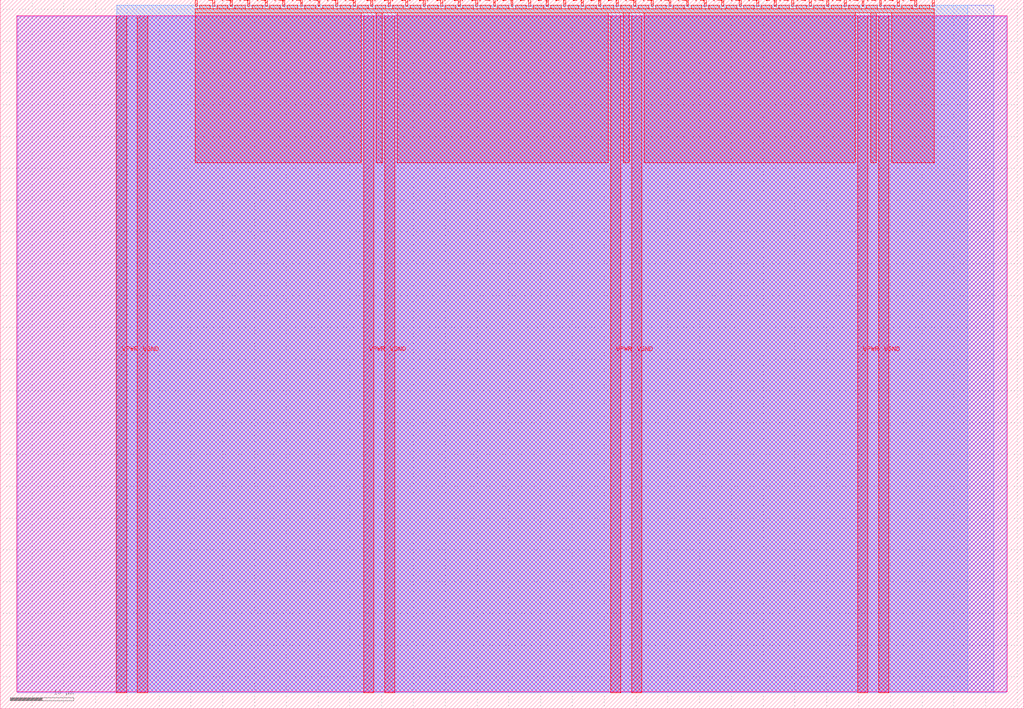
<source format=lef>
VERSION 5.7 ;
  NOWIREEXTENSIONATPIN ON ;
  DIVIDERCHAR "/" ;
  BUSBITCHARS "[]" ;
MACRO tt_um_stopwatchtop
  CLASS BLOCK ;
  FOREIGN tt_um_stopwatchtop ;
  ORIGIN 0.000 0.000 ;
  SIZE 161.000 BY 111.520 ;
  PIN VGND
    DIRECTION INOUT ;
    USE GROUND ;
    PORT
      LAYER met4 ;
        RECT 21.580 2.480 23.180 109.040 ;
    END
    PORT
      LAYER met4 ;
        RECT 60.450 2.480 62.050 109.040 ;
    END
    PORT
      LAYER met4 ;
        RECT 99.320 2.480 100.920 109.040 ;
    END
    PORT
      LAYER met4 ;
        RECT 138.190 2.480 139.790 109.040 ;
    END
  END VGND
  PIN VPWR
    DIRECTION INOUT ;
    USE POWER ;
    PORT
      LAYER met4 ;
        RECT 18.280 2.480 19.880 109.040 ;
    END
    PORT
      LAYER met4 ;
        RECT 57.150 2.480 58.750 109.040 ;
    END
    PORT
      LAYER met4 ;
        RECT 96.020 2.480 97.620 109.040 ;
    END
    PORT
      LAYER met4 ;
        RECT 134.890 2.480 136.490 109.040 ;
    END
  END VPWR
  PIN clk
    DIRECTION INPUT ;
    USE SIGNAL ;
    ANTENNAGATEAREA 0.852000 ;
    PORT
      LAYER met4 ;
        RECT 143.830 110.520 144.130 111.520 ;
    END
  END clk
  PIN ena
    DIRECTION INPUT ;
    USE SIGNAL ;
    ANTENNAGATEAREA 0.196500 ;
    PORT
      LAYER met4 ;
        RECT 146.590 110.520 146.890 111.520 ;
    END
  END ena
  PIN rst_n
    DIRECTION INPUT ;
    USE SIGNAL ;
    ANTENNAGATEAREA 0.196500 ;
    PORT
      LAYER met4 ;
        RECT 141.070 110.520 141.370 111.520 ;
    END
  END rst_n
  PIN ui_in[0]
    DIRECTION INPUT ;
    USE SIGNAL ;
    ANTENNAGATEAREA 0.196500 ;
    PORT
      LAYER met4 ;
        RECT 138.310 110.520 138.610 111.520 ;
    END
  END ui_in[0]
  PIN ui_in[1]
    DIRECTION INPUT ;
    USE SIGNAL ;
    ANTENNAGATEAREA 0.196500 ;
    PORT
      LAYER met4 ;
        RECT 135.550 110.520 135.850 111.520 ;
    END
  END ui_in[1]
  PIN ui_in[2]
    DIRECTION INPUT ;
    USE SIGNAL ;
    PORT
      LAYER met4 ;
        RECT 132.790 110.520 133.090 111.520 ;
    END
  END ui_in[2]
  PIN ui_in[3]
    DIRECTION INPUT ;
    USE SIGNAL ;
    PORT
      LAYER met4 ;
        RECT 130.030 110.520 130.330 111.520 ;
    END
  END ui_in[3]
  PIN ui_in[4]
    DIRECTION INPUT ;
    USE SIGNAL ;
    PORT
      LAYER met4 ;
        RECT 127.270 110.520 127.570 111.520 ;
    END
  END ui_in[4]
  PIN ui_in[5]
    DIRECTION INPUT ;
    USE SIGNAL ;
    PORT
      LAYER met4 ;
        RECT 124.510 110.520 124.810 111.520 ;
    END
  END ui_in[5]
  PIN ui_in[6]
    DIRECTION INPUT ;
    USE SIGNAL ;
    PORT
      LAYER met4 ;
        RECT 121.750 110.520 122.050 111.520 ;
    END
  END ui_in[6]
  PIN ui_in[7]
    DIRECTION INPUT ;
    USE SIGNAL ;
    PORT
      LAYER met4 ;
        RECT 118.990 110.520 119.290 111.520 ;
    END
  END ui_in[7]
  PIN uio_in[0]
    DIRECTION INPUT ;
    USE SIGNAL ;
    PORT
      LAYER met4 ;
        RECT 116.230 110.520 116.530 111.520 ;
    END
  END uio_in[0]
  PIN uio_in[1]
    DIRECTION INPUT ;
    USE SIGNAL ;
    PORT
      LAYER met4 ;
        RECT 113.470 110.520 113.770 111.520 ;
    END
  END uio_in[1]
  PIN uio_in[2]
    DIRECTION INPUT ;
    USE SIGNAL ;
    PORT
      LAYER met4 ;
        RECT 110.710 110.520 111.010 111.520 ;
    END
  END uio_in[2]
  PIN uio_in[3]
    DIRECTION INPUT ;
    USE SIGNAL ;
    PORT
      LAYER met4 ;
        RECT 107.950 110.520 108.250 111.520 ;
    END
  END uio_in[3]
  PIN uio_in[4]
    DIRECTION INPUT ;
    USE SIGNAL ;
    PORT
      LAYER met4 ;
        RECT 105.190 110.520 105.490 111.520 ;
    END
  END uio_in[4]
  PIN uio_in[5]
    DIRECTION INPUT ;
    USE SIGNAL ;
    PORT
      LAYER met4 ;
        RECT 102.430 110.520 102.730 111.520 ;
    END
  END uio_in[5]
  PIN uio_in[6]
    DIRECTION INPUT ;
    USE SIGNAL ;
    PORT
      LAYER met4 ;
        RECT 99.670 110.520 99.970 111.520 ;
    END
  END uio_in[6]
  PIN uio_in[7]
    DIRECTION INPUT ;
    USE SIGNAL ;
    PORT
      LAYER met4 ;
        RECT 96.910 110.520 97.210 111.520 ;
    END
  END uio_in[7]
  PIN uio_oe[0]
    DIRECTION OUTPUT ;
    USE SIGNAL ;
    PORT
      LAYER met4 ;
        RECT 49.990 110.520 50.290 111.520 ;
    END
  END uio_oe[0]
  PIN uio_oe[1]
    DIRECTION OUTPUT ;
    USE SIGNAL ;
    PORT
      LAYER met4 ;
        RECT 47.230 110.520 47.530 111.520 ;
    END
  END uio_oe[1]
  PIN uio_oe[2]
    DIRECTION OUTPUT ;
    USE SIGNAL ;
    PORT
      LAYER met4 ;
        RECT 44.470 110.520 44.770 111.520 ;
    END
  END uio_oe[2]
  PIN uio_oe[3]
    DIRECTION OUTPUT ;
    USE SIGNAL ;
    PORT
      LAYER met4 ;
        RECT 41.710 110.520 42.010 111.520 ;
    END
  END uio_oe[3]
  PIN uio_oe[4]
    DIRECTION OUTPUT ;
    USE SIGNAL ;
    PORT
      LAYER met4 ;
        RECT 38.950 110.520 39.250 111.520 ;
    END
  END uio_oe[4]
  PIN uio_oe[5]
    DIRECTION OUTPUT ;
    USE SIGNAL ;
    PORT
      LAYER met4 ;
        RECT 36.190 110.520 36.490 111.520 ;
    END
  END uio_oe[5]
  PIN uio_oe[6]
    DIRECTION OUTPUT ;
    USE SIGNAL ;
    PORT
      LAYER met4 ;
        RECT 33.430 110.520 33.730 111.520 ;
    END
  END uio_oe[6]
  PIN uio_oe[7]
    DIRECTION OUTPUT ;
    USE SIGNAL ;
    PORT
      LAYER met4 ;
        RECT 30.670 110.520 30.970 111.520 ;
    END
  END uio_oe[7]
  PIN uio_out[0]
    DIRECTION OUTPUT ;
    USE SIGNAL ;
    ANTENNAGATEAREA 1.737000 ;
    ANTENNADIFFAREA 0.891000 ;
    PORT
      LAYER met4 ;
        RECT 72.070 110.520 72.370 111.520 ;
    END
  END uio_out[0]
  PIN uio_out[1]
    DIRECTION OUTPUT ;
    USE SIGNAL ;
    ANTENNAGATEAREA 0.126000 ;
    ANTENNADIFFAREA 1.431000 ;
    PORT
      LAYER met4 ;
        RECT 69.310 110.520 69.610 111.520 ;
    END
  END uio_out[1]
  PIN uio_out[2]
    DIRECTION OUTPUT ;
    USE SIGNAL ;
    ANTENNAGATEAREA 0.742500 ;
    ANTENNADIFFAREA 1.431000 ;
    PORT
      LAYER met4 ;
        RECT 66.550 110.520 66.850 111.520 ;
    END
  END uio_out[2]
  PIN uio_out[3]
    DIRECTION OUTPUT ;
    USE SIGNAL ;
    ANTENNAGATEAREA 0.495000 ;
    ANTENNADIFFAREA 1.431000 ;
    PORT
      LAYER met4 ;
        RECT 63.790 110.520 64.090 111.520 ;
    END
  END uio_out[3]
  PIN uio_out[4]
    DIRECTION OUTPUT ;
    USE SIGNAL ;
    PORT
      LAYER met4 ;
        RECT 61.030 110.520 61.330 111.520 ;
    END
  END uio_out[4]
  PIN uio_out[5]
    DIRECTION OUTPUT ;
    USE SIGNAL ;
    PORT
      LAYER met4 ;
        RECT 58.270 110.520 58.570 111.520 ;
    END
  END uio_out[5]
  PIN uio_out[6]
    DIRECTION OUTPUT ;
    USE SIGNAL ;
    PORT
      LAYER met4 ;
        RECT 55.510 110.520 55.810 111.520 ;
    END
  END uio_out[6]
  PIN uio_out[7]
    DIRECTION OUTPUT ;
    USE SIGNAL ;
    PORT
      LAYER met4 ;
        RECT 52.750 110.520 53.050 111.520 ;
    END
  END uio_out[7]
  PIN uo_out[0]
    DIRECTION OUTPUT ;
    USE SIGNAL ;
    ANTENNADIFFAREA 1.971000 ;
    PORT
      LAYER met4 ;
        RECT 94.150 110.520 94.450 111.520 ;
    END
  END uo_out[0]
  PIN uo_out[1]
    DIRECTION OUTPUT ;
    USE SIGNAL ;
    ANTENNADIFFAREA 1.443500 ;
    PORT
      LAYER met4 ;
        RECT 91.390 110.520 91.690 111.520 ;
    END
  END uo_out[1]
  PIN uo_out[2]
    DIRECTION OUTPUT ;
    USE SIGNAL ;
    ANTENNADIFFAREA 0.453750 ;
    PORT
      LAYER met4 ;
        RECT 88.630 110.520 88.930 111.520 ;
    END
  END uo_out[2]
  PIN uo_out[3]
    DIRECTION OUTPUT ;
    USE SIGNAL ;
    ANTENNADIFFAREA 1.288000 ;
    PORT
      LAYER met4 ;
        RECT 85.870 110.520 86.170 111.520 ;
    END
  END uo_out[3]
  PIN uo_out[4]
    DIRECTION OUTPUT ;
    USE SIGNAL ;
    ANTENNADIFFAREA 0.445500 ;
    PORT
      LAYER met4 ;
        RECT 83.110 110.520 83.410 111.520 ;
    END
  END uo_out[4]
  PIN uo_out[5]
    DIRECTION OUTPUT ;
    USE SIGNAL ;
    ANTENNADIFFAREA 0.445500 ;
    PORT
      LAYER met4 ;
        RECT 80.350 110.520 80.650 111.520 ;
    END
  END uo_out[5]
  PIN uo_out[6]
    DIRECTION OUTPUT ;
    USE SIGNAL ;
    ANTENNADIFFAREA 1.288000 ;
    PORT
      LAYER met4 ;
        RECT 77.590 110.520 77.890 111.520 ;
    END
  END uo_out[6]
  PIN uo_out[7]
    DIRECTION OUTPUT ;
    USE SIGNAL ;
    PORT
      LAYER met4 ;
        RECT 74.830 110.520 75.130 111.520 ;
    END
  END uo_out[7]
  OBS
      LAYER nwell ;
        RECT 2.570 2.635 158.430 108.990 ;
      LAYER li1 ;
        RECT 2.760 2.635 158.240 108.885 ;
      LAYER met1 ;
        RECT 2.760 2.480 158.240 109.040 ;
      LAYER met2 ;
        RECT 18.310 2.535 156.300 110.685 ;
      LAYER met3 ;
        RECT 18.290 2.555 152.195 110.665 ;
      LAYER met4 ;
        RECT 31.370 110.120 33.030 110.665 ;
        RECT 34.130 110.120 35.790 110.665 ;
        RECT 36.890 110.120 38.550 110.665 ;
        RECT 39.650 110.120 41.310 110.665 ;
        RECT 42.410 110.120 44.070 110.665 ;
        RECT 45.170 110.120 46.830 110.665 ;
        RECT 47.930 110.120 49.590 110.665 ;
        RECT 50.690 110.120 52.350 110.665 ;
        RECT 53.450 110.120 55.110 110.665 ;
        RECT 56.210 110.120 57.870 110.665 ;
        RECT 58.970 110.120 60.630 110.665 ;
        RECT 61.730 110.120 63.390 110.665 ;
        RECT 64.490 110.120 66.150 110.665 ;
        RECT 67.250 110.120 68.910 110.665 ;
        RECT 70.010 110.120 71.670 110.665 ;
        RECT 72.770 110.120 74.430 110.665 ;
        RECT 75.530 110.120 77.190 110.665 ;
        RECT 78.290 110.120 79.950 110.665 ;
        RECT 81.050 110.120 82.710 110.665 ;
        RECT 83.810 110.120 85.470 110.665 ;
        RECT 86.570 110.120 88.230 110.665 ;
        RECT 89.330 110.120 90.990 110.665 ;
        RECT 92.090 110.120 93.750 110.665 ;
        RECT 94.850 110.120 96.510 110.665 ;
        RECT 97.610 110.120 99.270 110.665 ;
        RECT 100.370 110.120 102.030 110.665 ;
        RECT 103.130 110.120 104.790 110.665 ;
        RECT 105.890 110.120 107.550 110.665 ;
        RECT 108.650 110.120 110.310 110.665 ;
        RECT 111.410 110.120 113.070 110.665 ;
        RECT 114.170 110.120 115.830 110.665 ;
        RECT 116.930 110.120 118.590 110.665 ;
        RECT 119.690 110.120 121.350 110.665 ;
        RECT 122.450 110.120 124.110 110.665 ;
        RECT 125.210 110.120 126.870 110.665 ;
        RECT 127.970 110.120 129.630 110.665 ;
        RECT 130.730 110.120 132.390 110.665 ;
        RECT 133.490 110.120 135.150 110.665 ;
        RECT 136.250 110.120 137.910 110.665 ;
        RECT 139.010 110.120 140.670 110.665 ;
        RECT 141.770 110.120 143.430 110.665 ;
        RECT 144.530 110.120 146.190 110.665 ;
        RECT 30.655 109.440 146.905 110.120 ;
        RECT 30.655 85.855 56.750 109.440 ;
        RECT 59.150 85.855 60.050 109.440 ;
        RECT 62.450 85.855 95.620 109.440 ;
        RECT 98.020 85.855 98.920 109.440 ;
        RECT 101.320 85.855 134.490 109.440 ;
        RECT 136.890 85.855 137.790 109.440 ;
        RECT 140.190 85.855 146.905 109.440 ;
  END
END tt_um_stopwatchtop
END LIBRARY


</source>
